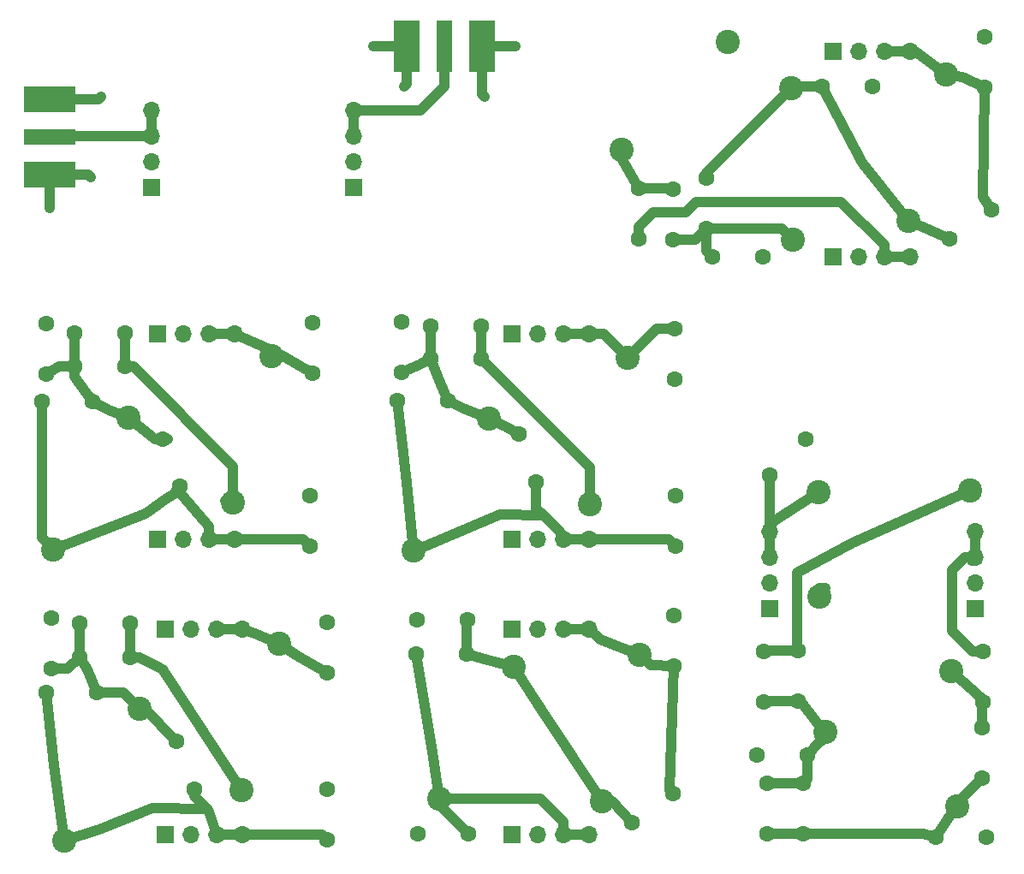
<source format=gbr>
G04 #@! TF.FileFunction,Copper,L1,Top,Signal*
%FSLAX46Y46*%
G04 Gerber Fmt 4.6, Leading zero omitted, Abs format (unit mm)*
G04 Created by KiCad (PCBNEW 4.0.7) date 01/18/23 11:50:24*
%MOMM*%
%LPD*%
G01*
G04 APERTURE LIST*
%ADD10C,0.100000*%
%ADD11C,2.400000*%
%ADD12C,1.600000*%
%ADD13R,1.700000X1.700000*%
%ADD14O,1.700000X1.700000*%
%ADD15R,5.080000X2.500000*%
%ADD16R,5.080000X1.500000*%
%ADD17R,2.500000X5.080000*%
%ADD18R,1.500000X5.080000*%
%ADD19C,0.600000*%
%ADD20C,1.000000*%
G04 APERTURE END LIST*
D10*
D11*
X165360000Y-99849705D03*
X157977583Y-112896425D03*
X129720000Y-99739705D03*
X122337583Y-112786425D03*
D12*
X147940000Y-90330000D03*
X147940000Y-95330000D03*
X129400000Y-91360000D03*
X124400000Y-91360000D03*
X129420000Y-94720000D03*
X124420000Y-94720000D03*
X121580000Y-90450000D03*
X121580000Y-95450000D03*
X126200000Y-98180000D03*
X121200000Y-98180000D03*
X147701000Y-107442000D03*
X147701000Y-112442000D03*
D11*
X143868600Y-93639452D03*
X140114472Y-108152326D03*
D13*
X132588000Y-111760000D03*
D14*
X135128000Y-111760000D03*
X137668000Y-111760000D03*
X140208000Y-111760000D03*
D13*
X132588000Y-91440000D03*
D14*
X135128000Y-91440000D03*
X137668000Y-91440000D03*
X140208000Y-91440000D03*
D12*
X133096000Y-101854000D03*
X134806101Y-106552463D03*
X183760000Y-95950000D03*
X183760000Y-90950000D03*
X164610000Y-90730000D03*
X159610000Y-90730000D03*
X164630000Y-93950000D03*
X159630000Y-93950000D03*
X156770000Y-90250000D03*
X156770000Y-95250000D03*
X168370000Y-101390000D03*
X170080101Y-106088463D03*
X161300000Y-98100000D03*
X156300000Y-98100000D03*
X183850000Y-107460000D03*
X183850000Y-112460000D03*
D13*
X167640000Y-91440000D03*
D14*
X170180000Y-91440000D03*
X172720000Y-91440000D03*
X175260000Y-91440000D03*
D13*
X167640000Y-111760000D03*
D14*
X170180000Y-111760000D03*
X172720000Y-111760000D03*
X175260000Y-111760000D03*
D11*
X179132600Y-93813452D03*
X175378472Y-108326326D03*
D12*
X149420000Y-119970000D03*
X149420000Y-124970000D03*
X129920000Y-120090000D03*
X124920000Y-120090000D03*
X129890000Y-123440000D03*
X124890000Y-123440000D03*
X122150000Y-119580000D03*
X122150000Y-124580000D03*
X134530000Y-131790000D03*
X136240101Y-136488463D03*
X126650000Y-126960000D03*
X121650000Y-126960000D03*
X149420000Y-136510000D03*
X149420000Y-141510000D03*
D13*
X133350000Y-120650000D03*
D14*
X135890000Y-120650000D03*
X138430000Y-120650000D03*
X140970000Y-120650000D03*
D13*
X133350000Y-140970000D03*
D14*
X135890000Y-140970000D03*
X138430000Y-140970000D03*
X140970000Y-140970000D03*
D11*
X144692600Y-122083452D03*
X140938472Y-136596326D03*
X130820000Y-128579705D03*
X123437583Y-141626425D03*
D12*
X183680000Y-119300000D03*
X183680000Y-124300000D03*
X183620000Y-136930000D03*
X179524240Y-139797882D03*
X158310000Y-119750000D03*
X163310000Y-119750000D03*
X163230000Y-123100000D03*
X158230000Y-123100000D03*
X158380000Y-140930000D03*
X163380000Y-140930000D03*
D13*
X167640000Y-120650000D03*
D14*
X170180000Y-120650000D03*
X172720000Y-120650000D03*
X175260000Y-120650000D03*
D13*
X167640000Y-140970000D03*
D14*
X170180000Y-140970000D03*
X172720000Y-140970000D03*
X175260000Y-140970000D03*
D11*
X180282600Y-123213452D03*
X176528472Y-137726326D03*
X167880000Y-124409705D03*
X160497583Y-137456425D03*
D12*
X214375000Y-62050000D03*
X214375000Y-67050000D03*
X215075000Y-79200000D03*
X210979240Y-82067882D03*
X203360000Y-67000000D03*
X198360000Y-67000000D03*
X186930000Y-76050000D03*
X186930000Y-81050000D03*
X192520000Y-83880000D03*
X187520000Y-83880000D03*
X183580000Y-82140000D03*
X183580000Y-77140000D03*
X180170000Y-77060000D03*
X180170000Y-82060000D03*
D13*
X199390000Y-63500000D03*
D14*
X201930000Y-63500000D03*
X204470000Y-63500000D03*
X207010000Y-63500000D03*
D13*
X199390000Y-83820000D03*
D14*
X201930000Y-83820000D03*
X204470000Y-83820000D03*
X207010000Y-83820000D03*
D11*
X210642600Y-65803452D03*
X206888472Y-80316326D03*
X195310000Y-67140000D03*
X195440000Y-82130000D03*
X178496051Y-73253949D03*
X189003658Y-62562494D03*
D12*
X196726000Y-101856000D03*
X193190466Y-105391534D03*
X192610000Y-122890000D03*
X192610000Y-127890000D03*
X196000000Y-122810000D03*
X196000000Y-127810000D03*
X191900000Y-133098000D03*
X196900000Y-133098000D03*
X196472000Y-135892000D03*
X196472000Y-140892000D03*
X192916000Y-135892000D03*
X192916000Y-140892000D03*
X214610000Y-141220000D03*
X209610000Y-141220000D03*
X214160000Y-135380000D03*
X214160000Y-130380000D03*
D13*
X193170000Y-118620000D03*
D14*
X193170000Y-116080000D03*
X193170000Y-113540000D03*
X193170000Y-111000000D03*
D13*
X213490000Y-118620000D03*
D14*
X213490000Y-116080000D03*
X213490000Y-113540000D03*
X213490000Y-111000000D03*
D11*
X197990000Y-107125000D03*
X212980000Y-106995000D03*
X198649705Y-130845000D03*
X211696425Y-138227417D03*
X211125295Y-124830000D03*
X198078575Y-117447583D03*
D12*
X214270000Y-127910000D03*
X214270000Y-122910000D03*
D15*
X122000000Y-68250000D03*
X122000000Y-75750000D03*
D16*
X122000000Y-72000000D03*
D13*
X132000000Y-77000000D03*
D14*
X132000000Y-74460000D03*
X132000000Y-71920000D03*
X132000000Y-69380000D03*
D13*
X152000000Y-77000000D03*
D14*
X152000000Y-74460000D03*
X152000000Y-71920000D03*
X152000000Y-69380000D03*
D17*
X164750000Y-63000000D03*
X157250000Y-63000000D03*
D18*
X161000000Y-63000000D03*
D19*
X168000000Y-63000000D03*
X165000000Y-68000000D03*
X154000000Y-63000000D03*
X157000000Y-67000000D03*
X126000000Y-76000000D03*
X127000000Y-68000000D03*
X122000000Y-79000000D03*
D20*
X164750000Y-63000000D02*
X168000000Y-63000000D01*
X164750000Y-67750000D02*
X165000000Y-68000000D01*
X164750000Y-63000000D02*
X164750000Y-67750000D01*
X157250000Y-63000000D02*
X154000000Y-63000000D01*
X157250000Y-63000000D02*
X157250000Y-66750000D01*
X157250000Y-66750000D02*
X157000000Y-67000000D01*
X122000000Y-75750000D02*
X125750000Y-75750000D01*
X125750000Y-75750000D02*
X126000000Y-76000000D01*
X122000000Y-68250000D02*
X126750000Y-68250000D01*
X126750000Y-68250000D02*
X127000000Y-68000000D01*
X122000000Y-75750000D02*
X122000000Y-79000000D01*
X198048575Y-116597583D02*
X198682583Y-116597583D01*
X140208000Y-91440000D02*
X141960000Y-92190000D01*
X141960000Y-92190000D02*
X143868600Y-93068600D01*
X143868600Y-93068600D02*
X143868600Y-93639452D01*
X143657269Y-93572819D02*
X144876819Y-93596819D01*
X144876819Y-93596819D02*
X147940000Y-95330000D01*
X137668000Y-91440000D02*
X140208000Y-91440000D01*
X129400000Y-91360000D02*
X129400000Y-94700000D01*
X129400000Y-94700000D02*
X129420000Y-94720000D01*
X140114472Y-108152326D02*
X140114472Y-104554472D01*
X130280000Y-94720000D02*
X129420000Y-94720000D01*
X140114472Y-104554472D02*
X130280000Y-94720000D01*
X140114472Y-108152326D02*
X140114472Y-107856472D01*
X139752547Y-107933274D02*
X139283274Y-107933274D01*
X124420000Y-94720000D02*
X124420000Y-91380000D01*
X124420000Y-91380000D02*
X124400000Y-91360000D01*
X133096000Y-101854000D02*
X132342295Y-101854000D01*
X132342295Y-101854000D02*
X129720000Y-99739705D01*
X126200000Y-98180000D02*
X127830000Y-98960000D01*
X127830000Y-98960000D02*
X129720000Y-99739705D01*
X133604000Y-101854000D02*
X133053705Y-101854000D01*
X124420000Y-94720000D02*
X124420000Y-95670000D01*
X124420000Y-95670000D02*
X126200000Y-98180000D01*
X124420000Y-94720000D02*
X124420000Y-94860000D01*
X124420000Y-94720000D02*
X122850000Y-94720000D01*
X122850000Y-94720000D02*
X121580000Y-95450000D01*
X134170000Y-107340000D02*
X133520000Y-107720000D01*
X131430000Y-109270000D02*
X122337583Y-112786425D01*
X133520000Y-107720000D02*
X131430000Y-109270000D01*
X134170000Y-107340000D02*
X134540000Y-106854000D01*
X137668000Y-110490000D02*
X137668000Y-111760000D01*
X134540000Y-106854000D02*
X137668000Y-110490000D01*
X121200000Y-98180000D02*
X121200000Y-111648842D01*
X121200000Y-111648842D02*
X122337583Y-112786425D01*
X121930000Y-112118842D02*
X122337583Y-112786425D01*
X140208000Y-111760000D02*
X147019000Y-111760000D01*
X147019000Y-111760000D02*
X147701000Y-112442000D01*
X137668000Y-111760000D02*
X140208000Y-111760000D01*
X183760000Y-90950000D02*
X181996052Y-90950000D01*
X181996052Y-90950000D02*
X179132600Y-93813452D01*
X175260000Y-91440000D02*
X176759148Y-91440000D01*
X176759148Y-91440000D02*
X179132600Y-93813452D01*
X172720000Y-91440000D02*
X175260000Y-91440000D01*
X164630000Y-93950000D02*
X164630000Y-90750000D01*
X164630000Y-90750000D02*
X164610000Y-90730000D01*
X175378472Y-108326326D02*
X175378472Y-104698472D01*
X175378472Y-104698472D02*
X164630000Y-93950000D01*
X159610000Y-90730000D02*
X159610000Y-93930000D01*
X159610000Y-93930000D02*
X159630000Y-93950000D01*
X159610000Y-90730000D02*
X159810000Y-90730000D01*
X165360000Y-99849705D02*
X167030000Y-100640000D01*
X167030000Y-100640000D02*
X168370000Y-101390000D01*
X161300000Y-98100000D02*
X162860000Y-98800000D01*
X162860000Y-98800000D02*
X165360000Y-99849705D01*
X159630000Y-93950000D02*
X160390000Y-95870000D01*
X160390000Y-95870000D02*
X161300000Y-98100000D01*
X159630000Y-93950000D02*
X158500000Y-94510000D01*
X158500000Y-94510000D02*
X156770000Y-95250000D01*
X170080101Y-106088463D02*
X170080101Y-108700101D01*
X170080101Y-108700101D02*
X170820000Y-109440000D01*
X157977583Y-112896425D02*
X158123575Y-112896425D01*
X158123575Y-112896425D02*
X166470000Y-109330000D01*
X170820000Y-109440000D02*
X172401818Y-111021818D01*
X166470000Y-109330000D02*
X170820000Y-109440000D01*
X172401818Y-111021818D02*
X172720000Y-111760000D01*
X156300000Y-98100000D02*
X157250000Y-106230000D01*
X157250000Y-106230000D02*
X157977583Y-112896425D01*
X175260000Y-111760000D02*
X183150000Y-111760000D01*
X183150000Y-111760000D02*
X183850000Y-112460000D01*
X172720000Y-111760000D02*
X175260000Y-111760000D01*
X144692600Y-122083452D02*
X146470000Y-123280000D01*
X146470000Y-123280000D02*
X149420000Y-124970000D01*
X140970000Y-120650000D02*
X142430000Y-121190000D01*
X142430000Y-121190000D02*
X144692600Y-122083452D01*
X138430000Y-120650000D02*
X140970000Y-120650000D01*
X129890000Y-123440000D02*
X130810000Y-123440000D01*
X133160000Y-124670000D02*
X140938472Y-136596326D01*
X130810000Y-123440000D02*
X133160000Y-124670000D01*
X129920000Y-120090000D02*
X129920000Y-123410000D01*
X129920000Y-123410000D02*
X129890000Y-123440000D01*
X122150000Y-124580000D02*
X123750000Y-124580000D01*
X123750000Y-124580000D02*
X124890000Y-123440000D01*
X124920000Y-120090000D02*
X124920000Y-123410000D01*
X124920000Y-123410000D02*
X124890000Y-123440000D01*
X124890000Y-123440000D02*
X125660000Y-124640000D01*
X125660000Y-124640000D02*
X126650000Y-126960000D01*
X122150000Y-124580000D02*
X122400000Y-124580000D01*
X130820000Y-128579705D02*
X131319705Y-128579705D01*
X131319705Y-128579705D02*
X134530000Y-131790000D01*
X126650000Y-126960000D02*
X129200295Y-126960000D01*
X129200295Y-126960000D02*
X130820000Y-128579705D01*
X121650000Y-126960000D02*
X122410000Y-134110000D01*
X122410000Y-134110000D02*
X123437583Y-141626425D01*
X123437583Y-141626425D02*
X126900000Y-140450000D01*
X132100000Y-138390000D02*
X137550000Y-138470000D01*
X126900000Y-140450000D02*
X132100000Y-138390000D01*
X136240101Y-136488463D02*
X136240101Y-137160101D01*
X136240101Y-137160101D02*
X137550000Y-138470000D01*
X137550000Y-138470000D02*
X137670000Y-138740000D01*
X137670000Y-138740000D02*
X138430000Y-140970000D01*
X140970000Y-140970000D02*
X148880000Y-140970000D01*
X148880000Y-140970000D02*
X149420000Y-141510000D01*
X138430000Y-140970000D02*
X140970000Y-140970000D01*
X183680000Y-124300000D02*
X183280000Y-136590000D01*
X183280000Y-136590000D02*
X183620000Y-136930000D01*
X180282600Y-123213452D02*
X181400000Y-124240000D01*
X181400000Y-124240000D02*
X183680000Y-124300000D01*
X175260000Y-120650000D02*
X176380000Y-121660000D01*
X176380000Y-121660000D02*
X180282600Y-123213452D01*
X172720000Y-120650000D02*
X175260000Y-120650000D01*
X163230000Y-123100000D02*
X163230000Y-119830000D01*
X163230000Y-119830000D02*
X163310000Y-119750000D01*
X167880000Y-124409705D02*
X164990000Y-123660000D01*
X164990000Y-123660000D02*
X163230000Y-123100000D01*
X167880000Y-124409705D02*
X170290000Y-128190000D01*
X170290000Y-128190000D02*
X176528472Y-137726326D01*
X176528472Y-137726326D02*
X177602684Y-137666326D01*
X177602684Y-137666326D02*
X179524240Y-139797882D01*
X175260000Y-140970000D02*
X172720000Y-140970000D01*
X160497583Y-137456425D02*
X170476425Y-137456425D01*
X172720000Y-139700000D02*
X172720000Y-140970000D01*
X170476425Y-137456425D02*
X172720000Y-139700000D01*
X160497583Y-137456425D02*
X160497583Y-138047583D01*
X160497583Y-138047583D02*
X163380000Y-140930000D01*
X158230000Y-123100000D02*
X159870000Y-133360000D01*
X159870000Y-133360000D02*
X160497583Y-137456425D01*
X214375000Y-67050000D02*
X214250000Y-77890000D01*
X214250000Y-77890000D02*
X215075000Y-79200000D01*
X210642600Y-65803452D02*
X212213452Y-66103452D01*
X212213452Y-66103452D02*
X214375000Y-67050000D01*
X207010000Y-63500000D02*
X207529148Y-63500000D01*
X207529148Y-63500000D02*
X210642600Y-65803452D01*
X204470000Y-63500000D02*
X207010000Y-63500000D01*
X186930000Y-76050000D02*
X186930000Y-75520000D01*
X186930000Y-75520000D02*
X195310000Y-67140000D01*
X198360000Y-67000000D02*
X195450000Y-67000000D01*
X195450000Y-67000000D02*
X195310000Y-67140000D01*
X206888472Y-80316326D02*
X202300000Y-74520000D01*
X202300000Y-74520000D02*
X198360000Y-67000000D01*
X206888472Y-80316326D02*
X208675000Y-81050000D01*
X208675000Y-81050000D02*
X210979240Y-82067882D01*
X186930000Y-81050000D02*
X194360000Y-81050000D01*
X194360000Y-81050000D02*
X195440000Y-82130000D01*
X186930000Y-81050000D02*
X186930000Y-83290000D01*
X186930000Y-83290000D02*
X187520000Y-83880000D01*
X183580000Y-82140000D02*
X185840000Y-82140000D01*
X185840000Y-82140000D02*
X186930000Y-81050000D01*
X180170000Y-77060000D02*
X183500000Y-77060000D01*
X183500000Y-77060000D02*
X183580000Y-77140000D01*
X178496051Y-73253949D02*
X178496051Y-74106051D01*
X178496051Y-74106051D02*
X180170000Y-77060000D01*
X204470000Y-83820000D02*
X207010000Y-83820000D01*
X180170000Y-82060000D02*
X180170000Y-80910000D01*
X204470000Y-82670000D02*
X204470000Y-83820000D01*
X200230000Y-78430000D02*
X204470000Y-82670000D01*
X185890000Y-78430000D02*
X200230000Y-78430000D01*
X184860000Y-79460000D02*
X185890000Y-78430000D01*
X181620000Y-79460000D02*
X184860000Y-79460000D01*
X180170000Y-80910000D02*
X181620000Y-79460000D01*
X193190466Y-105391534D02*
X193190466Y-110979534D01*
X193190466Y-110979534D02*
X193170000Y-111000000D01*
X193170000Y-111000000D02*
X193170000Y-113540000D01*
X193170000Y-111000000D02*
X193170000Y-110238000D01*
X193170000Y-110238000D02*
X197990000Y-107125000D01*
X196000000Y-122810000D02*
X192690000Y-122810000D01*
X192690000Y-122810000D02*
X192610000Y-122890000D01*
X195850000Y-119650000D02*
X195850000Y-122660000D01*
X195850000Y-122660000D02*
X196000000Y-122810000D01*
X212980000Y-106995000D02*
X201375000Y-112150000D01*
X195890000Y-119610000D02*
X195850000Y-119650000D01*
X195875000Y-115075000D02*
X195890000Y-119610000D01*
X201375000Y-112150000D02*
X195875000Y-115075000D01*
X196000000Y-127810000D02*
X192690000Y-127810000D01*
X192690000Y-127810000D02*
X192610000Y-127890000D01*
X192916000Y-135892000D02*
X196472000Y-135892000D01*
X196900000Y-133098000D02*
X196900000Y-135464000D01*
X196900000Y-135464000D02*
X196472000Y-135892000D01*
X198903705Y-131353000D02*
X198060000Y-131885000D01*
X198060000Y-131885000D02*
X196900000Y-133098000D01*
X196000000Y-127810000D02*
X196177705Y-127810000D01*
X196177705Y-127810000D02*
X198903705Y-131353000D01*
X211696425Y-138227417D02*
X211696425Y-137868575D01*
X211696425Y-137868575D02*
X214160000Y-135380000D01*
X196472000Y-140892000D02*
X208316000Y-140892000D01*
X208316000Y-140892000D02*
X209610000Y-141220000D01*
X209610000Y-141220000D02*
X210840000Y-139270000D01*
X210840000Y-139270000D02*
X211696425Y-138227417D01*
X192916000Y-140892000D02*
X196472000Y-140892000D01*
X214270000Y-127910000D02*
X214270000Y-127579705D01*
X214270000Y-127579705D02*
X211125295Y-124830000D01*
X214160000Y-130380000D02*
X214160000Y-128020000D01*
X214160000Y-128020000D02*
X214270000Y-127910000D01*
X214270000Y-122910000D02*
X213260000Y-122910000D01*
X212450000Y-113540000D02*
X213490000Y-113540000D01*
X211200000Y-114790000D02*
X212450000Y-113540000D01*
X211200000Y-120850000D02*
X211200000Y-114790000D01*
X213260000Y-122910000D02*
X211200000Y-120850000D01*
X213170000Y-113860000D02*
X213490000Y-113540000D01*
X213490000Y-113540000D02*
X213490000Y-111000000D01*
X132000000Y-71920000D02*
X122080000Y-71920000D01*
X122080000Y-71920000D02*
X122000000Y-72000000D01*
X132000000Y-69380000D02*
X132000000Y-71920000D01*
X152000000Y-69380000D02*
X158620000Y-69380000D01*
X161000000Y-67000000D02*
X161000000Y-63000000D01*
X158620000Y-69380000D02*
X161000000Y-67000000D01*
X152000000Y-69380000D02*
X152000000Y-71920000D01*
M02*

</source>
